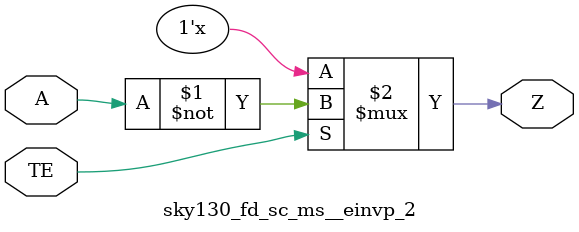
<source format=v>
/*
 * Copyright 2020 The SkyWater PDK Authors
 *
 * Licensed under the Apache License, Version 2.0 (the "License");
 * you may not use this file except in compliance with the License.
 * You may obtain a copy of the License at
 *
 *     https://www.apache.org/licenses/LICENSE-2.0
 *
 * Unless required by applicable law or agreed to in writing, software
 * distributed under the License is distributed on an "AS IS" BASIS,
 * WITHOUT WARRANTIES OR CONDITIONS OF ANY KIND, either express or implied.
 * See the License for the specific language governing permissions and
 * limitations under the License.
 *
 * SPDX-License-Identifier: Apache-2.0
*/


`ifndef SKY130_FD_SC_MS__EINVP_2_FUNCTIONAL_V
`define SKY130_FD_SC_MS__EINVP_2_FUNCTIONAL_V

/**
 * einvp: Tri-state inverter, positive enable.
 *
 * Verilog simulation functional model.
 */

`timescale 1ns / 1ps
`default_nettype none

`celldefine
module sky130_fd_sc_ms__einvp_2 (
    Z ,
    A ,
    TE
);

    // Module ports
    output Z ;
    input  A ;
    input  TE;

    //     Name     Output  Other arguments
    notif1 notif10 (Z     , A, TE          );

endmodule
`endcelldefine

`default_nettype wire
`endif  // SKY130_FD_SC_MS__EINVP_2_FUNCTIONAL_V

</source>
